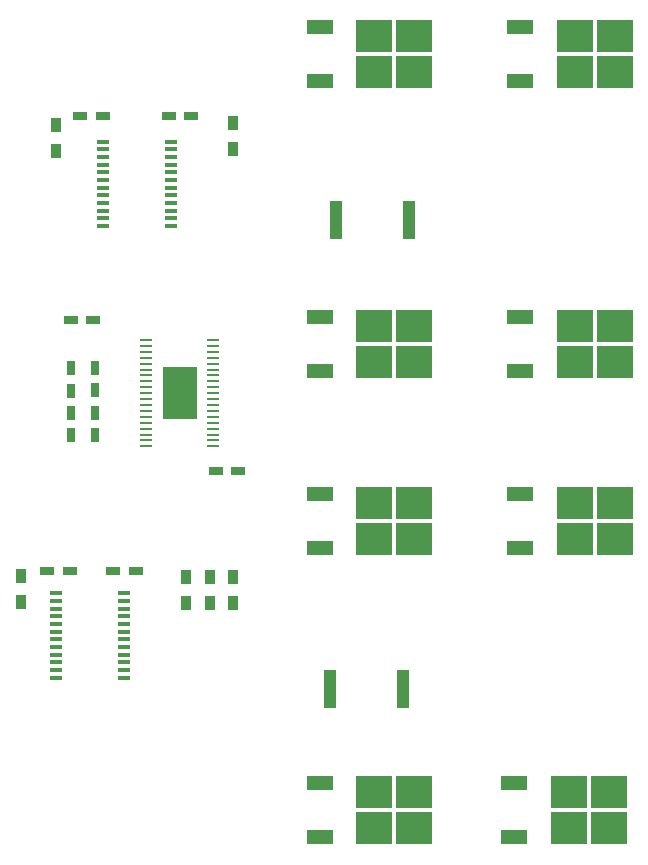
<source format=gbr>
G04 #@! TF.GenerationSoftware,KiCad,Pcbnew,5.0.2-bee76a0~70~ubuntu18.04.1*
G04 #@! TF.CreationDate,2019-02-27T20:57:34-05:00*
G04 #@! TF.ProjectId,Stepper Motor Prototype,53746570-7065-4722-904d-6f746f722050,rev?*
G04 #@! TF.SameCoordinates,Original*
G04 #@! TF.FileFunction,Paste,Top*
G04 #@! TF.FilePolarity,Positive*
%FSLAX46Y46*%
G04 Gerber Fmt 4.6, Leading zero omitted, Abs format (unit mm)*
G04 Created by KiCad (PCBNEW 5.0.2-bee76a0~70~ubuntu18.04.1) date Wed 27 Feb 2019 08:57:34 PM EST*
%MOMM*%
%LPD*%
G01*
G04 APERTURE LIST*
%ADD10R,2.200000X1.200000*%
%ADD11R,3.050000X2.750000*%
%ADD12R,0.750000X1.200000*%
%ADD13R,1.200000X0.750000*%
%ADD14R,1.000000X3.200000*%
%ADD15R,1.100000X0.285000*%
%ADD16R,2.900000X4.480000*%
%ADD17R,0.900000X1.200000*%
%ADD18R,1.100000X0.400000*%
G04 APERTURE END LIST*
D10*
G04 #@! TO.C,Q4*
X138550000Y-79720000D03*
X138550000Y-84280000D03*
D11*
X146525000Y-83525000D03*
X143175000Y-80475000D03*
X146525000Y-80475000D03*
X143175000Y-83525000D03*
G04 #@! TD*
G04 #@! TO.C,Q3*
X160175000Y-83525000D03*
X163525000Y-80475000D03*
X160175000Y-80475000D03*
X163525000Y-83525000D03*
D10*
X155550000Y-84280000D03*
X155550000Y-79720000D03*
G04 #@! TD*
G04 #@! TO.C,Q2*
X155550000Y-55220000D03*
X155550000Y-59780000D03*
D11*
X163525000Y-59025000D03*
X160175000Y-55975000D03*
X163525000Y-55975000D03*
X160175000Y-59025000D03*
G04 #@! TD*
G04 #@! TO.C,Q1*
X143175000Y-59025000D03*
X146525000Y-55975000D03*
X143175000Y-55975000D03*
X146525000Y-59025000D03*
D10*
X138550000Y-59780000D03*
X138550000Y-55220000D03*
G04 #@! TD*
G04 #@! TO.C,Q5*
X138550000Y-94720000D03*
X138550000Y-99280000D03*
D11*
X146525000Y-98525000D03*
X143175000Y-95475000D03*
X146525000Y-95475000D03*
X143175000Y-98525000D03*
G04 #@! TD*
G04 #@! TO.C,Q6*
X160175000Y-98525000D03*
X163525000Y-95475000D03*
X160175000Y-95475000D03*
X163525000Y-98525000D03*
D10*
X155550000Y-99280000D03*
X155550000Y-94720000D03*
G04 #@! TD*
G04 #@! TO.C,Q7*
X155050000Y-119220000D03*
X155050000Y-123780000D03*
D11*
X163025000Y-123025000D03*
X159675000Y-119975000D03*
X163025000Y-119975000D03*
X159675000Y-123025000D03*
G04 #@! TD*
G04 #@! TO.C,Q8*
X143175000Y-123025000D03*
X146525000Y-119975000D03*
X143175000Y-119975000D03*
X146525000Y-123025000D03*
D10*
X138550000Y-123780000D03*
X138550000Y-119220000D03*
G04 #@! TD*
D12*
G04 #@! TO.C,C3*
X119500000Y-84050000D03*
X119500000Y-85950000D03*
G04 #@! TD*
G04 #@! TO.C,C4*
X117500000Y-87850000D03*
X117500000Y-89750000D03*
G04 #@! TD*
G04 #@! TO.C,C5*
X119500000Y-87850000D03*
X119500000Y-89750000D03*
G04 #@! TD*
D13*
G04 #@! TO.C,C6*
X119400000Y-80000000D03*
X117500000Y-80000000D03*
G04 #@! TD*
D12*
G04 #@! TO.C,C2*
X117500000Y-86000000D03*
X117500000Y-84100000D03*
G04 #@! TD*
D14*
G04 #@! TO.C,R7*
X146100000Y-71500000D03*
X139900000Y-71500000D03*
G04 #@! TD*
G04 #@! TO.C,R8*
X145600000Y-111250000D03*
X139400000Y-111250000D03*
G04 #@! TD*
D15*
G04 #@! TO.C,U7*
X129550000Y-81700000D03*
X129550000Y-82200000D03*
X129550000Y-82700000D03*
X129550000Y-83200000D03*
X129550000Y-83700000D03*
X129550000Y-84200000D03*
X129550000Y-84700000D03*
X129550000Y-85200000D03*
X129550000Y-85700000D03*
X129550000Y-86200000D03*
X129550000Y-86700000D03*
X129550000Y-87200000D03*
X129550000Y-87700000D03*
X129550000Y-88200000D03*
X129550000Y-88700000D03*
X129550000Y-89200000D03*
X129550000Y-89700000D03*
X129550000Y-90200000D03*
X129550000Y-90700000D03*
X123850000Y-90700000D03*
X123850000Y-90200000D03*
X123850000Y-89700000D03*
X123850000Y-89200000D03*
X123850000Y-88700000D03*
X123850000Y-88200000D03*
X123850000Y-87700000D03*
X123850000Y-87200000D03*
X123850000Y-86700000D03*
X123850000Y-86200000D03*
X123850000Y-85700000D03*
X123850000Y-85200000D03*
X123850000Y-84700000D03*
X123850000Y-84200000D03*
X123850000Y-83700000D03*
X123850000Y-83200000D03*
X123850000Y-82700000D03*
X123850000Y-82200000D03*
X123850000Y-81700000D03*
D16*
X126700000Y-86200000D03*
G04 #@! TD*
D13*
G04 #@! TO.C,C7*
X120200000Y-62750000D03*
X118300000Y-62750000D03*
G04 #@! TD*
G04 #@! TO.C,C8*
X117400000Y-101250000D03*
X115500000Y-101250000D03*
G04 #@! TD*
G04 #@! TO.C,C10*
X127700000Y-62750000D03*
X125800000Y-62750000D03*
G04 #@! TD*
G04 #@! TO.C,C11*
X123000000Y-101250000D03*
X121100000Y-101250000D03*
G04 #@! TD*
G04 #@! TO.C,C15*
X129750000Y-92750000D03*
X131650000Y-92750000D03*
G04 #@! TD*
D17*
G04 #@! TO.C,R1*
X116250000Y-63500000D03*
X116250000Y-65700000D03*
G04 #@! TD*
G04 #@! TO.C,R3*
X113250000Y-101650000D03*
X113250000Y-103850000D03*
G04 #@! TD*
G04 #@! TO.C,R4*
X131250000Y-65500000D03*
X131250000Y-63300000D03*
G04 #@! TD*
G04 #@! TO.C,R5*
X127250000Y-103950000D03*
X127250000Y-101750000D03*
G04 #@! TD*
G04 #@! TO.C,R6*
X131250000Y-103950000D03*
X131250000Y-101750000D03*
G04 #@! TD*
G04 #@! TO.C,R9*
X129250000Y-101750000D03*
X129250000Y-103950000D03*
G04 #@! TD*
D18*
G04 #@! TO.C,U2*
X125950000Y-64900000D03*
X125950000Y-65550000D03*
X125950000Y-66200000D03*
X125950000Y-66850000D03*
X125950000Y-67500000D03*
X125950000Y-68150000D03*
X125950000Y-68800000D03*
X125950000Y-69450000D03*
X125950000Y-70100000D03*
X125950000Y-70750000D03*
X125950000Y-71400000D03*
X125950000Y-72050000D03*
X120250000Y-72050000D03*
X120250000Y-71400000D03*
X120250000Y-70750000D03*
X120250000Y-70100000D03*
X120250000Y-69450000D03*
X120250000Y-68800000D03*
X120250000Y-68150000D03*
X120250000Y-67500000D03*
X120250000Y-66850000D03*
X120250000Y-66200000D03*
X120250000Y-65550000D03*
X120250000Y-64900000D03*
G04 #@! TD*
G04 #@! TO.C,U3*
X116250000Y-103150000D03*
X116250000Y-103800000D03*
X116250000Y-104450000D03*
X116250000Y-105100000D03*
X116250000Y-105750000D03*
X116250000Y-106400000D03*
X116250000Y-107050000D03*
X116250000Y-107700000D03*
X116250000Y-108350000D03*
X116250000Y-109000000D03*
X116250000Y-109650000D03*
X116250000Y-110300000D03*
X121950000Y-110300000D03*
X121950000Y-109650000D03*
X121950000Y-109000000D03*
X121950000Y-108350000D03*
X121950000Y-107700000D03*
X121950000Y-107050000D03*
X121950000Y-106400000D03*
X121950000Y-105750000D03*
X121950000Y-105100000D03*
X121950000Y-104450000D03*
X121950000Y-103800000D03*
X121950000Y-103150000D03*
G04 #@! TD*
M02*

</source>
